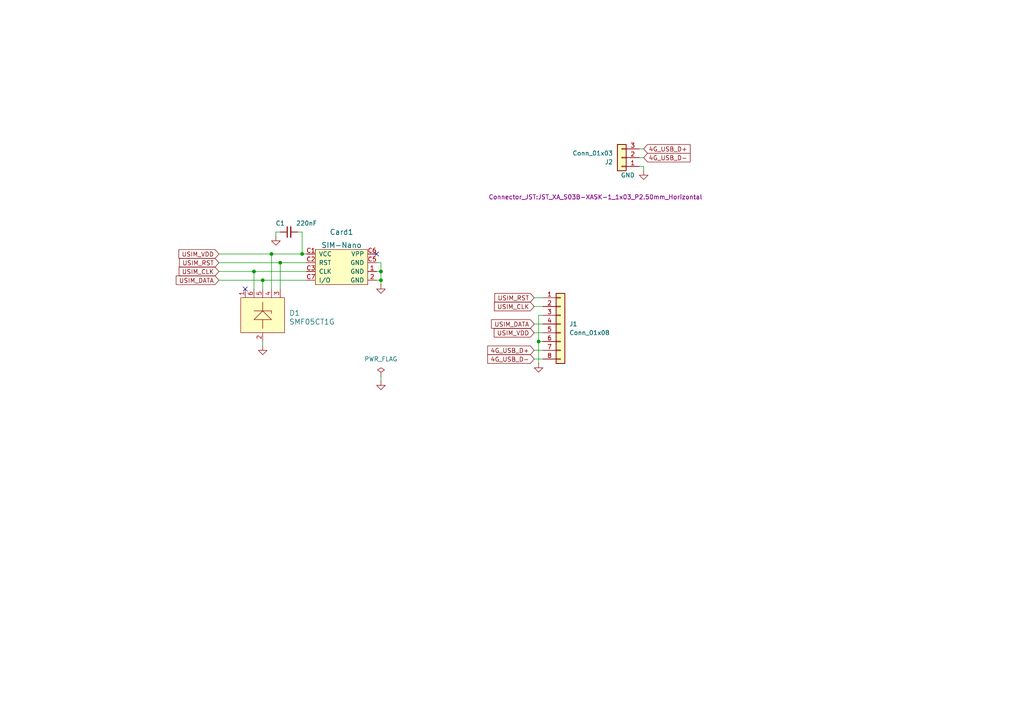
<source format=kicad_sch>
(kicad_sch (version 20231120) (generator "eeschema") (generator_version "8.0")
  (paper "A4")
  (lib_symbols
    (symbol "Connector_Generic:Conn_01x03" (pin_names (offset 1.016) hide)
      (property "Reference" "J" (at 0 5.08 0))
      (property "Value" "Conn_01x03" (at 0 -5.08 0))
      (symbol "Conn_01x03_1_1"
        (rectangle (start -1.27 -2.413) (end 0 -2.667) (stroke (width 0.1524)))
        (rectangle (start -1.27 0.127) (end 0 -0.127) (stroke (width 0.1524)))
        (rectangle (start -1.27 2.667) (end 0 2.413) (stroke (width 0.1524)))
        (rectangle (start -1.27 3.81) (end 1.27 -3.81) (stroke (width 0.254)) (fill (type background)))
        (pin passive line (at -5.08 2.54 0) (length 3.81) (name "Pin_1") (number "1"))
        (pin passive line (at -5.08 0 0) (length 3.81) (name "Pin_2") (number "2"))
        (pin passive line (at -5.08 -2.54 0) (length 3.81) (name "Pin_3") (number "3"))
      )
    )
    (symbol "Connector_Generic:Conn_01x08" (pin_names (offset 1.016) hide)
      (property "Reference" "J" (at 0 10.16 0))
      (property "Value" "Conn_01x08" (at 0 -12.7 0))
      (symbol "Conn_01x08_1_1"
        (rectangle (start -1.27 -10.033) (end 0 -10.287) (stroke (width 0.1524)))
        (rectangle (start -1.27 -7.493) (end 0 -7.747) (stroke (width 0.1524)))
        (rectangle (start -1.27 -4.953) (end 0 -5.207) (stroke (width 0.1524)))
        (rectangle (start -1.27 -2.413) (end 0 -2.667) (stroke (width 0.1524)))
        (rectangle (start -1.27 0.127) (end 0 -0.127) (stroke (width 0.1524)))
        (rectangle (start -1.27 2.667) (end 0 2.413) (stroke (width 0.1524)))
        (rectangle (start -1.27 5.207) (end 0 4.953) (stroke (width 0.1524)))
        (rectangle (start -1.27 7.747) (end 0 7.493) (stroke (width 0.1524)))
        (rectangle (start -1.27 8.89) (end 1.27 -11.43) (stroke (width 0.254)) (fill (type background)))
        (pin passive line (at -5.08 7.62 0) (length 3.81) (name "Pin_1") (number "1"))
        (pin passive line (at -5.08 5.08 0) (length 3.81) (name "Pin_2") (number "2"))
        (pin passive line (at -5.08 2.54 0) (length 3.81) (name "Pin_3") (number "3"))
        (pin passive line (at -5.08 0 0) (length 3.81) (name "Pin_4") (number "4"))
        (pin passive line (at -5.08 -2.54 0) (length 3.81) (name "Pin_5") (number "5"))
        (pin passive line (at -5.08 -5.08 0) (length 3.81) (name "Pin_6") (number "6"))
        (pin passive line (at -5.08 -7.62 0) (length 3.81) (name "Pin_7") (number "7"))
        (pin passive line (at -5.08 -10.16 0) (length 3.81) (name "Pin_8") (number "8"))
      )
    )
    (symbol "Device:C_Small" (pin_numbers hide) (pin_names (offset 0.254) hide)
      (property "Reference" "C" (at 0.254 1.778 0))
      (property "Value" "C_Small" (at 0.254 -2.032 0))
      (symbol "C_Small_0_1"
        (polyline (pts (xy -1.524 -0.508) (xy 1.524 -0.508)) (stroke (width 0.3302)))
        (polyline (pts (xy -1.524 0.508) (xy 1.524 0.508)) (stroke (width 0.3048)))
      )
      (symbol "C_Small_1_1"
        (pin passive line (at 0 2.54 270) (length 2.032) (name "~") (number "1"))
        (pin passive line (at 0 -2.54 90) (length 2.032) (name "~") (number "2"))
      )
    )
    (symbol "cacophony-library:SIM-Nano" (pin_names (offset 1.016))
      (property "Reference" "Card" (at 0 10.16 0))
      (property "Value" "SIM" (at 0 6.35 0))
      (symbol "SIM-Nano_1_1"
        (rectangle (start -7.62 5.08) (end 7.62 -5.08) (fill (type background)))
        (pin input line (at 10.16 -1.27 180) (length 2.54) (name "GND") (number "1"))
        (pin input line (at 10.16 -3.81 180) (length 2.54) (name "GND") (number "2"))
        (pin unspecified line (at -10.16 3.81 0) (length 2.54) (name "VCC") (number "C1"))
        (pin unspecified line (at -10.16 1.27 0) (length 2.54) (name "RST") (number "C2"))
        (pin unspecified line (at -10.16 -1.27 0) (length 2.54) (name "CLK") (number "C3"))
        (pin unspecified line (at 10.16 1.27 180) (length 2.54) (name "GND") (number "C5"))
        (pin unspecified line (at 10.16 3.81 180) (length 2.54) (name "VPP") (number "C6"))
        (pin unspecified line (at -10.16 -3.81 0) (length 2.54) (name "I/O") (number "C7"))
      )
    )
    (symbol "cacophony-library:SMF05CT1G" (pin_names (offset 1.016))
      (property "Reference" "D" (at 7.62 0 0))
      (property "Value" "SMF05CT1G" (at 7.62 -3.81 0))
      (symbol "SMF05CT1G_0_1"
        (rectangle (start -6.35 3.81) (end 6.35 -6.35) (fill (type background)))
        (polyline (pts (xy 0 -2.54) (xy 0 -5.08)))
        (polyline (pts (xy 0 0) (xy 0 2.54)))
      )
      (symbol "SMF05CT1G_1_1"
        (polyline (pts (xy -2.54 0) (xy 2.54 0)))
        (polyline (pts (xy 2.54 0) (xy 2.54 -0.762)))
        (polyline (pts (xy 2.54 -2.54) (xy 0 0) (xy -2.54 -2.54) (xy 2.54 -2.54)) (fill (type background)))
        (pin input line (at -5.08 6.35 270) (length 2.54) (name "") (number "1"))
        (pin input line (at 0 -8.89 90) (length 2.54) (name "") (number "2"))
        (pin input line (at 5.08 6.35 270) (length 2.54) (name "") (number "3"))
        (pin input line (at 2.54 6.35 270) (length 2.54) (name "") (number "4"))
        (pin input line (at 0 6.35 270) (length 2.54) (name "") (number "5"))
        (pin input line (at -2.54 6.35 270) (length 2.54) (name "") (number "6"))
      )
    )
    (symbol "power:GND" (power) (pin_numbers hide) (pin_names (offset 0) hide)
      (property "Value" "GND" (at 0 -3.81 0))
      (symbol "GND_0_1"
        (polyline (pts (xy 0 0) (xy 0 -1.27) (xy 1.27 -1.27) (xy 0 -2.54) (xy -1.27 -1.27) (xy 0 -1.27)))
      )
      (symbol "GND_1_1"
        (pin power_in line (at 0 0 270) (length 0) (name "~") (number "1"))
      )
    )
    (symbol "power:PWR_FLAG" (power) (pin_numbers hide) (pin_names (offset 0) hide)
      (property "Value" "PWR_FLAG" (at 0 3.81 0))
      (symbol "PWR_FLAG_0_0"
        (pin power_out line (at 0 0 90) (length 0) (name "~") (number "1"))
      )
      (symbol "PWR_FLAG_0_1"
        (polyline (pts (xy 0 0) (xy 0 1.27) (xy -1.016 1.905) (xy 0 2.54) (xy 1.016 1.905) (xy 0 1.27)))
      )
    )
  )
  (junction (at 78.74 73.66))
  (junction (at 76.2 81.28))
  (junction (at 110.49 78.74))
  (junction (at 81.28 76.2))
  (junction (at 87.63 73.66))
  (junction (at 110.49 81.28))
  (junction (at 156.21 99.06))
  (junction (at 73.66 78.74))
  (no_connect (at 71.12 83.82))
  (no_connect (at 109.22 73.66))
  (wire (pts (xy 110.49 81.28) (xy 110.49 82.55)))
  (wire (pts (xy 156.21 99.06) (xy 157.48 99.06)))
  (wire (pts (xy 186.69 45.72) (xy 185.42 45.72)))
  (wire (pts (xy 154.94 96.52) (xy 157.48 96.52)))
  (wire (pts (xy 63.5 81.28) (xy 76.2 81.28)))
  (wire (pts (xy 81.28 76.2) (xy 88.9 76.2)))
  (wire (pts (xy 87.63 67.31) (xy 87.63 73.66)))
  (wire (pts (xy 87.63 73.66) (xy 88.9 73.66)))
  (wire (pts (xy 154.94 93.98) (xy 157.48 93.98)))
  (wire (pts (xy 78.74 73.66) (xy 87.63 73.66)))
  (wire (pts (xy 63.5 78.74) (xy 73.66 78.74)))
  (wire (pts (xy 80.01 67.31) (xy 80.01 68.58)))
  (wire (pts (xy 76.2 81.28) (xy 88.9 81.28)))
  (wire (pts (xy 154.94 104.14) (xy 157.48 104.14)))
  (wire (pts (xy 154.94 101.6) (xy 157.48 101.6)))
  (wire (pts (xy 76.2 81.28) (xy 76.2 83.82)))
  (wire (pts (xy 86.36 67.31) (xy 87.63 67.31)))
  (wire (pts (xy 110.49 78.74) (xy 110.49 81.28)))
  (wire (pts (xy 186.69 43.18) (xy 185.42 43.18)))
  (wire (pts (xy 110.49 109.22) (xy 110.49 110.49)))
  (wire (pts (xy 110.49 76.2) (xy 110.49 78.74)))
  (wire (pts (xy 109.22 81.28) (xy 110.49 81.28)))
  (wire (pts (xy 157.48 91.44) (xy 156.21 91.44)))
  (wire (pts (xy 156.21 105.41) (xy 156.21 99.06)))
  (wire (pts (xy 81.28 67.31) (xy 80.01 67.31)))
  (wire (pts (xy 76.2 99.06) (xy 76.2 100.33)))
  (wire (pts (xy 109.22 78.74) (xy 110.49 78.74)))
  (wire (pts (xy 73.66 78.74) (xy 73.66 83.82)))
  (wire (pts (xy 156.21 91.44) (xy 156.21 99.06)))
  (wire (pts (xy 109.22 76.2) (xy 110.49 76.2)))
  (wire (pts (xy 63.5 76.2) (xy 81.28 76.2)))
  (wire (pts (xy 78.74 73.66) (xy 78.74 83.82)))
  (wire (pts (xy 185.42 48.26) (xy 186.69 48.26)))
  (wire (pts (xy 186.69 48.26) (xy 186.69 49.53)))
  (wire (pts (xy 63.5 73.66) (xy 78.74 73.66)))
  (wire (pts (xy 154.94 88.9) (xy 157.48 88.9)))
  (wire (pts (xy 73.66 78.74) (xy 88.9 78.74)))
  (wire (pts (xy 154.94 86.36) (xy 157.48 86.36)))
  (wire (pts (xy 81.28 76.2) (xy 81.28 83.82)))
  (global_label "USIM_DATA" (shape input) (at 154.94 93.98 180) (property "Intersheetrefs" "${INTERSHEET_REFS}" (effects (hide yes))))
  (global_label "USIM_CLK" (shape input) (at 154.94 88.9 180) (property "Intersheetrefs" "${INTERSHEET_REFS}" (effects (hide yes))))
  (global_label "USIM_VDD" (shape input) (at 154.94 96.52 180) (property "Intersheetrefs" "${INTERSHEET_REFS}" (effects (hide yes))))
  (global_label "4G_USB_D-" (shape input) (at 186.69 45.72 0) (property "Intersheetrefs" "${INTERSHEET_REFS}" (effects (hide yes))))
  (global_label "4G_USB_D+" (shape input) (at 186.69 43.18 0) (property "Intersheetrefs" "${INTERSHEET_REFS}" (effects (hide yes))))
  (global_label "USIM_RST" (shape input) (at 154.94 86.36 180) (property "Intersheetrefs" "${INTERSHEET_REFS}" (effects (hide yes))))
  (global_label "USIM_CLK" (shape input) (at 63.5 78.74 180) (property "Intersheetrefs" "${INTERSHEET_REFS}" (effects (hide yes))))
  (global_label "USIM_RST" (shape input) (at 63.5 76.2 180) (property "Intersheetrefs" "${INTERSHEET_REFS}" (effects (hide yes))))
  (global_label "4G_USB_D-" (shape input) (at 154.94 104.14 180) (property "Intersheetrefs" "${INTERSHEET_REFS}" (effects (hide yes))))
  (global_label "USIM_DATA" (shape input) (at 63.5 81.28 180) (property "Intersheetrefs" "${INTERSHEET_REFS}" (effects (hide yes))))
  (global_label "USIM_VDD" (shape input) (at 63.5 73.66 180) (property "Intersheetrefs" "${INTERSHEET_REFS}" (effects (hide yes))))
  (global_label "4G_USB_D+" (shape input) (at 154.94 101.6 180) (property "Intersheetrefs" "${INTERSHEET_REFS}" (effects (hide yes))))
  (symbol (lib_id "cacophony-library:SIM-Nano") (at 99.06 77.47 0) (unit 1)
    (property "Reference" "Card1" (at 99.06 67.31 0) (effects (font (size 1.524 1.524))))
    (property "Value" "SIM-Nano" (at 99.06 71.12 0) (effects (font (size 1.524 1.524))))
    (property "Footprint" "cacophony-library:SIM-SMD_SMN-304" (effects (hide yes)))
    (property "Datasheet" "https://lcsc.com/product-detail/Card-Sockets_SIMDeck_C125618.html" (effects (hide yes)))
    (property "Manufacturer" "SOFNG" (effects (hide yes)))
    (property "LCSC" "C266889" (effects (hide yes)))
    (property "JLC Part" "C266889" (effects (hide yes)))
  )
  (symbol (lib_id "power:PWR_FLAG") (at 110.49 109.22 0) (unit 1)
    (property "Reference" "#FLG01" (effects (hide yes)))
    (property "Value" "PWR_FLAG" (at 110.49 104.14 0))
    (property "Description" "Special symbol for telling ERC where power comes from" (effects (hide yes)))
  )
  (symbol (lib_id "power:GND") (at 76.2 100.33 0) (unit 1)
    (property "Reference" "#PWR04" (effects (hide yes)))
    (property "Value" "GND" (effects (hide yes)))
    (property "Description" "Power symbol creates a global label with name \"GND\" , ground" (effects (hide yes)))
  )
  (symbol (lib_id "power:GND") (at 186.69 49.53 0) (unit 1)
    (property "Reference" "#PWR03" (effects (hide yes)))
    (property "Value" "GND" (at 184.15 50.8 0) (effects (justify right)))
    (property "Description" "Power symbol creates a global label with name \"GND\" , ground" (effects (hide yes)))
  )
  (symbol (lib_id "power:GND") (at 110.49 110.49 0) (unit 1)
    (property "Reference" "#PWR06" (effects (hide yes)))
    (property "Value" "GND" (effects (hide yes)))
    (property "Description" "Power symbol creates a global label with name \"GND\" , ground" (effects (hide yes)))
  )
  (symbol (lib_id "power:GND") (at 110.49 82.55 0) (unit 1)
    (property "Reference" "#PWR02" (effects (hide yes)))
    (property "Value" "GND" (effects (hide yes)))
    (property "Description" "Power symbol creates a global label with name \"GND\" , ground" (effects (hide yes)))
  )
  (symbol (lib_id "cacophony-library:SMF05CT1G") (at 76.2 90.17 0) (unit 1)
    (property "Reference" "D1" (at 83.82 90.805 0) (effects (font (size 1.524 1.524)) (justify left)))
    (property "Value" "SMF05CT1G" (at 83.82 93.345 0) (effects (font (size 1.524 1.524)) (justify left)))
    (property "Footprint" "cacophony-library:SOT-363_L2.0-W1.3-P0.65-LS2.1-BR" (effects (hide yes)))
    (property "Datasheet" "https://lcsc.com/product-detail/TVS_ON_SMF05CT1G_SMF05CT1G_C15879.html" (effects (hide yes)))
    (property "Manufacturer" "ON" (effects (hide yes)))
    (property "LCSC" "C15879" (effects (hide yes)))
  )
  (symbol (lib_id "power:GND") (at 80.01 68.58 0) (unit 1)
    (property "Reference" "#PWR01" (effects (hide yes)))
    (property "Value" "GND" (effects (hide yes)))
    (property "Description" "Power symbol creates a global label with name \"GND\" , ground" (effects (hide yes)))
  )
  (symbol (lib_id "Connector_Generic:Conn_01x08") (at 162.56 93.98 0) (unit 1)
    (property "Reference" "J1" (at 165.1 93.98 0) (effects (justify left)))
    (property "Value" "Conn_01x08" (at 165.1 96.52 0) (effects (justify left)))
    (property "Footprint" "cacophony-library:rpi3-usb-sim-PinHeader_1x08" (effects (hide yes)))
  )
  (symbol (lib_id "power:GND") (at 156.21 105.41 0) (unit 1)
    (property "Reference" "#PWR05" (effects (hide yes)))
    (property "Value" "GND" (effects (hide yes)))
    (property "Description" "Power symbol creates a global label with name \"GND\" , ground" (effects (hide yes)))
  )
  (symbol (lib_id "Connector_Generic:Conn_01x03") (at 180.34 45.72 180) (unit 1)
    (property "Reference" "J2" (at 177.8 46.99 0) (effects (justify left)))
    (property "Value" "Conn_01x03" (at 177.8 44.45 0) (effects (justify left)))
    (property "Footprint" "Connector_JST:JST_XA_S03B-XASK-1_1x03_P2.50mm_Horizontal" (at 172.72 57.15 0))
    (property "LCSC" "C491707" (effects (hide yes)))
  )
  (symbol (lib_id "Device:C_Small") (at 83.82 67.31 90) (unit 1)
    (property "Reference" "C1" (at 81.28 64.77 90))
    (property "Value" "220nF" (at 88.9 64.77 90))
    (property "Footprint" "Capacitor_SMD:C_0402_1005Metric" (effects (hide yes)))
    (property "LCSC" "C16772" (effects (hide yes)))
  )
)
</source>
